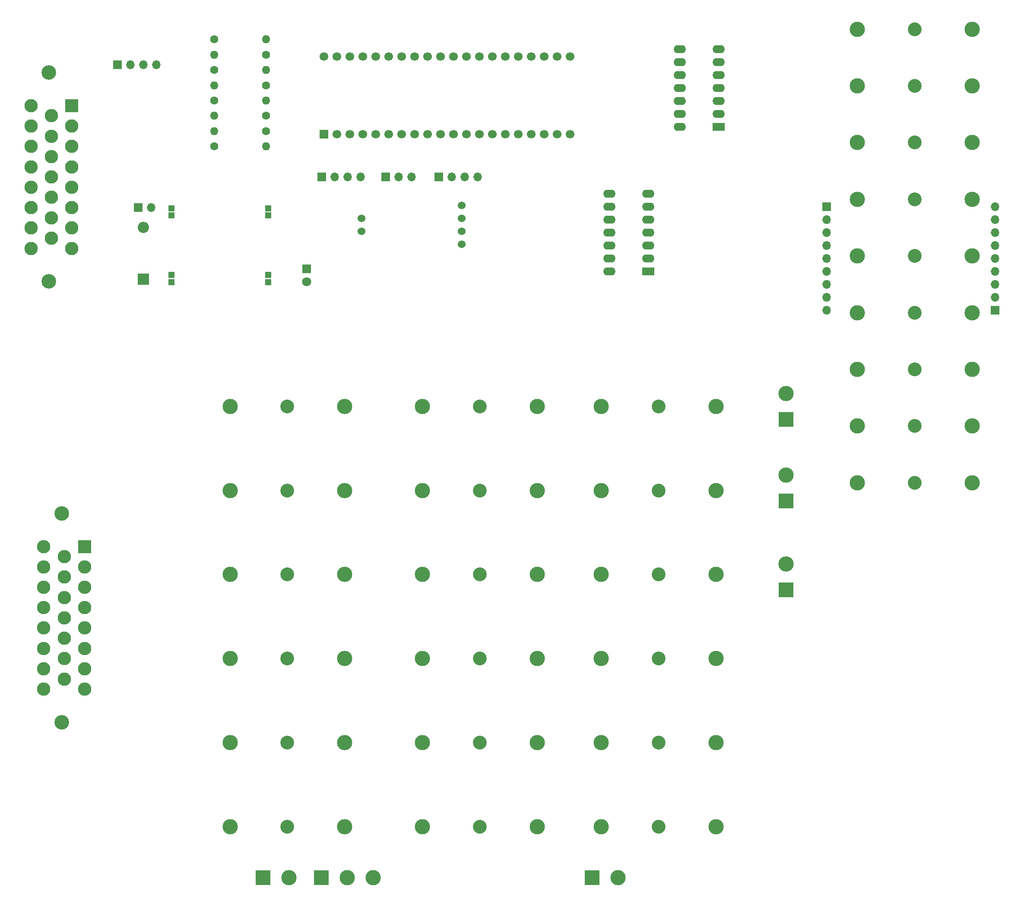
<source format=gbr>
%TF.GenerationSoftware,KiCad,Pcbnew,(6.0.2)*%
%TF.CreationDate,2022-03-14T17:26:10-03:00*%
%TF.ProjectId,painel1,7061696e-656c-4312-9e6b-696361645f70,rev?*%
%TF.SameCoordinates,Original*%
%TF.FileFunction,Soldermask,Bot*%
%TF.FilePolarity,Negative*%
%FSLAX46Y46*%
G04 Gerber Fmt 4.6, Leading zero omitted, Abs format (unit mm)*
G04 Created by KiCad (PCBNEW (6.0.2)) date 2022-03-14 17:26:10*
%MOMM*%
%LPD*%
G01*
G04 APERTURE LIST*
%ADD10R,1.700000X1.700000*%
%ADD11O,1.700000X1.700000*%
%ADD12C,2.700000*%
%ADD13C,3.000000*%
%ADD14R,3.000000X3.000000*%
%ADD15C,2.850000*%
%ADD16R,2.625000X2.625000*%
%ADD17C,2.625000*%
%ADD18C,1.600000*%
%ADD19O,1.600000X1.600000*%
%ADD20R,1.308000X1.308000*%
%ADD21C,1.700000*%
%ADD22C,1.524000*%
%ADD23R,1.800000X1.800000*%
%ADD24C,1.800000*%
%ADD25R,2.400000X1.600000*%
%ADD26O,2.400000X1.600000*%
%ADD27R,2.200000X2.200000*%
%ADD28O,2.200000X2.200000*%
G04 APERTURE END LIST*
D10*
%TO.C,J2*%
X193000000Y-84850000D03*
D11*
X193000000Y-87390000D03*
X193000000Y-89930000D03*
X193000000Y-92470000D03*
X193000000Y-95010000D03*
X193000000Y-97550000D03*
X193000000Y-100090000D03*
X193000000Y-102630000D03*
X193000000Y-105170000D03*
%TD*%
D10*
%TO.C,J1*%
X226000000Y-105150000D03*
D11*
X226000000Y-102610000D03*
X226000000Y-100070000D03*
X226000000Y-97530000D03*
X226000000Y-94990000D03*
X226000000Y-92450000D03*
X226000000Y-89910000D03*
X226000000Y-87370000D03*
X226000000Y-84830000D03*
%TD*%
D12*
%TO.C,F5*%
X210250000Y-94500000D03*
D13*
X221500000Y-94500000D03*
X199000000Y-94500000D03*
%TD*%
D12*
%TO.C,F4*%
X210250000Y-105625000D03*
D13*
X221500000Y-105625000D03*
X199000000Y-105625000D03*
%TD*%
D12*
%TO.C,F8*%
X210250000Y-61125000D03*
D13*
X221500000Y-61125000D03*
X199000000Y-61125000D03*
%TD*%
D12*
%TO.C,F9*%
X210250000Y-50000000D03*
D13*
X221500000Y-50000000D03*
X199000000Y-50000000D03*
%TD*%
D12*
%TO.C,F6*%
X210250000Y-83375000D03*
D13*
X221500000Y-83375000D03*
X199000000Y-83375000D03*
%TD*%
D12*
%TO.C,F1*%
X210250000Y-139000000D03*
D13*
X221500000Y-139000000D03*
X199000000Y-139000000D03*
%TD*%
D12*
%TO.C,F2*%
X210250000Y-127875000D03*
D13*
X221500000Y-127875000D03*
X199000000Y-127875000D03*
%TD*%
D12*
%TO.C,F7*%
X210250000Y-72250000D03*
D13*
X221500000Y-72250000D03*
X199000000Y-72250000D03*
%TD*%
D12*
%TO.C,F3*%
X210250000Y-116750000D03*
D13*
X221500000Y-116750000D03*
X199000000Y-116750000D03*
%TD*%
D12*
%TO.C,F8*%
X160000000Y-190000000D03*
D13*
X171250000Y-190000000D03*
X148750000Y-190000000D03*
%TD*%
D12*
%TO.C,F18*%
X160000000Y-157000000D03*
D13*
X148750000Y-157000000D03*
X171250000Y-157000000D03*
%TD*%
D12*
%TO.C,F3*%
X125000000Y-190000000D03*
D13*
X136250000Y-190000000D03*
X113750000Y-190000000D03*
%TD*%
D14*
%TO.C,J4*%
X93920000Y-216500000D03*
D13*
X99000000Y-216500000D03*
X104080000Y-216500000D03*
%TD*%
D12*
%TO.C,F9*%
X87250000Y-173500000D03*
D13*
X76000000Y-173500000D03*
X98500000Y-173500000D03*
%TD*%
D12*
%TO.C,F4*%
X125000000Y-173500000D03*
D13*
X136250000Y-173500000D03*
X113750000Y-173500000D03*
%TD*%
D12*
%TO.C,F19*%
X160000000Y-140500000D03*
D13*
X148750000Y-140500000D03*
X171250000Y-140500000D03*
%TD*%
D12*
%TO.C,F15*%
X87250000Y-190000000D03*
D13*
X76000000Y-190000000D03*
X98500000Y-190000000D03*
%TD*%
D14*
%TO.C,J6*%
X147000000Y-216500000D03*
D13*
X152080000Y-216500000D03*
%TD*%
D12*
%TO.C,F16*%
X160000000Y-124000000D03*
D13*
X148750000Y-124000000D03*
X171250000Y-124000000D03*
%TD*%
D12*
%TO.C,F2*%
X125000000Y-206500000D03*
D13*
X136250000Y-206500000D03*
X113750000Y-206500000D03*
%TD*%
D12*
%TO.C,F6*%
X125000000Y-140500000D03*
D13*
X136250000Y-140500000D03*
X113750000Y-140500000D03*
%TD*%
D14*
%TO.C,J9*%
X185000000Y-160040000D03*
D13*
X185000000Y-154960000D03*
%TD*%
D15*
%TO.C,J1*%
X43000000Y-186000000D03*
X43000000Y-145000000D03*
D16*
X47500000Y-151500000D03*
D17*
X47500000Y-155500000D03*
X47500000Y-159500000D03*
X47500000Y-163500000D03*
X47500000Y-167500000D03*
X47500000Y-171500000D03*
X47500000Y-175500000D03*
X47500000Y-179500000D03*
X43500000Y-153500000D03*
X43500000Y-157500000D03*
X43500000Y-161500000D03*
X43500000Y-165500000D03*
X43500000Y-169500000D03*
X43500000Y-173500000D03*
X43500000Y-177500000D03*
X39500000Y-151500000D03*
X39500000Y-155500000D03*
X39500000Y-159500000D03*
X39500000Y-163500000D03*
X39500000Y-167500000D03*
X39500000Y-171500000D03*
X39500000Y-175500000D03*
X39500000Y-179500000D03*
%TD*%
D14*
%TO.C,J7*%
X185000000Y-126580000D03*
D13*
X185000000Y-121500000D03*
%TD*%
D12*
%TO.C,F12*%
X87250000Y-124000000D03*
D13*
X76000000Y-124000000D03*
X98500000Y-124000000D03*
%TD*%
D12*
%TO.C,F13*%
X125000000Y-124000000D03*
D13*
X136250000Y-124000000D03*
X113750000Y-124000000D03*
%TD*%
D12*
%TO.C,F5*%
X125000000Y-157000000D03*
D13*
X136250000Y-157000000D03*
X113750000Y-157000000D03*
%TD*%
D12*
%TO.C,F14*%
X87250000Y-206500000D03*
D13*
X76000000Y-206500000D03*
X98500000Y-206500000D03*
%TD*%
D14*
%TO.C,J5*%
X82460000Y-216500000D03*
D13*
X87540000Y-216500000D03*
%TD*%
D14*
%TO.C,J10*%
X185000000Y-142580000D03*
D13*
X185000000Y-137500000D03*
%TD*%
D12*
%TO.C,F11*%
X87250000Y-140500000D03*
D13*
X76000000Y-140500000D03*
X98500000Y-140500000D03*
%TD*%
D12*
%TO.C,F10*%
X87250000Y-157000000D03*
D13*
X76000000Y-157000000D03*
X98500000Y-157000000D03*
%TD*%
D12*
%TO.C,F1*%
X160000000Y-173500000D03*
D13*
X171250000Y-173500000D03*
X148750000Y-173500000D03*
%TD*%
D12*
%TO.C,F7*%
X160000000Y-206500000D03*
D13*
X171250000Y-206500000D03*
X148750000Y-206500000D03*
%TD*%
D10*
%TO.C,J4*%
X116920000Y-79000000D03*
D11*
X119460000Y-79000000D03*
X122000000Y-79000000D03*
X124540000Y-79000000D03*
%TD*%
D18*
%TO.C,R17*%
X72920000Y-73000000D03*
D19*
X83080000Y-73000000D03*
%TD*%
D20*
%TO.C,U2*%
X64500000Y-85130000D03*
X64500000Y-86530000D03*
X64500000Y-98200000D03*
X64500000Y-99600000D03*
X83500000Y-85130000D03*
X83500000Y-86530000D03*
X83500000Y-98200000D03*
X83500000Y-99600000D03*
%TD*%
D18*
%TO.C,R4*%
X83080000Y-61000000D03*
D19*
X72920000Y-61000000D03*
%TD*%
D10*
%TO.C,U1*%
X94370000Y-70620000D03*
D21*
X96910000Y-70620000D03*
X99450000Y-70620000D03*
X101990000Y-70620000D03*
X104530000Y-70620000D03*
X107070000Y-70620000D03*
X109610000Y-70620000D03*
X112150000Y-70620000D03*
X114690000Y-70620000D03*
X117230000Y-70620000D03*
X119770000Y-70620000D03*
X122310000Y-70620000D03*
X124850000Y-70620000D03*
X127390000Y-70620000D03*
X129930000Y-70620000D03*
X132470000Y-70620000D03*
X135010000Y-70620000D03*
X137550000Y-70620000D03*
X140090000Y-70620000D03*
X142630000Y-70620000D03*
X142630000Y-55380000D03*
X140090000Y-55380000D03*
X137550000Y-55380000D03*
X135010000Y-55380000D03*
X132470000Y-55380000D03*
X129930000Y-55380000D03*
X127390000Y-55380000D03*
X124850000Y-55380000D03*
X122310000Y-55380000D03*
X119770000Y-55380000D03*
X117230000Y-55380000D03*
X114690000Y-55380000D03*
X112150000Y-55380000D03*
X109610000Y-55380000D03*
X107070000Y-55380000D03*
X104530000Y-55380000D03*
X101990000Y-55380000D03*
X99450000Y-55380000D03*
X96910000Y-55380000D03*
X94370000Y-55380000D03*
%TD*%
D18*
%TO.C,R16*%
X83080000Y-70000000D03*
D19*
X72920000Y-70000000D03*
%TD*%
D18*
%TO.C,R5*%
X72920000Y-58000000D03*
D19*
X83080000Y-58000000D03*
%TD*%
D10*
%TO.C,J2*%
X58000000Y-85000000D03*
D11*
X60540000Y-85000000D03*
%TD*%
D22*
%TO.C,U5*%
X121430000Y-92222500D03*
X121430000Y-89682500D03*
X121430000Y-87142500D03*
X121430000Y-84602500D03*
X101745000Y-89682500D03*
X101745000Y-87142500D03*
%TD*%
D15*
%TO.C,J1*%
X40500000Y-58500000D03*
X40500000Y-99500000D03*
D16*
X45000000Y-65000000D03*
D17*
X45000000Y-69000000D03*
X45000000Y-73000000D03*
X45000000Y-77000000D03*
X45000000Y-81000000D03*
X45000000Y-85000000D03*
X45000000Y-89000000D03*
X45000000Y-93000000D03*
X41000000Y-67000000D03*
X41000000Y-71000000D03*
X41000000Y-75000000D03*
X41000000Y-79000000D03*
X41000000Y-83000000D03*
X41000000Y-87000000D03*
X41000000Y-91000000D03*
X37000000Y-65000000D03*
X37000000Y-69000000D03*
X37000000Y-73000000D03*
X37000000Y-77000000D03*
X37000000Y-81000000D03*
X37000000Y-85000000D03*
X37000000Y-89000000D03*
X37000000Y-93000000D03*
%TD*%
D23*
%TO.C,D2*%
X91000000Y-97000000D03*
D24*
X91000000Y-99540000D03*
%TD*%
D10*
%TO.C,J3*%
X53920000Y-57000000D03*
D11*
X56460000Y-57000000D03*
X59000000Y-57000000D03*
X61540000Y-57000000D03*
%TD*%
D18*
%TO.C,R3*%
X72920000Y-52000000D03*
D19*
X83080000Y-52000000D03*
%TD*%
D18*
%TO.C,R10*%
X83080000Y-67000000D03*
D19*
X72920000Y-67000000D03*
%TD*%
D25*
%TO.C,U3*%
X158000000Y-97540000D03*
D26*
X158000000Y-95000000D03*
X158000000Y-92460000D03*
X158000000Y-89920000D03*
X158000000Y-87380000D03*
X158000000Y-84840000D03*
X158000000Y-82300000D03*
X150380000Y-82300000D03*
X150380000Y-84840000D03*
X150380000Y-87380000D03*
X150380000Y-89920000D03*
X150380000Y-92460000D03*
X150380000Y-95000000D03*
X150380000Y-97540000D03*
%TD*%
D27*
%TO.C,D1*%
X59000000Y-99080000D03*
D28*
X59000000Y-88920000D03*
%TD*%
D25*
%TO.C,U4*%
X171775000Y-69175000D03*
D26*
X171775000Y-66635000D03*
X171775000Y-64095000D03*
X171775000Y-61555000D03*
X171775000Y-59015000D03*
X171775000Y-56475000D03*
X171775000Y-53935000D03*
X164155000Y-53935000D03*
X164155000Y-56475000D03*
X164155000Y-59015000D03*
X164155000Y-61555000D03*
X164155000Y-64095000D03*
X164155000Y-66635000D03*
X164155000Y-69175000D03*
%TD*%
D10*
%TO.C,J5*%
X106475000Y-79000000D03*
D11*
X109015000Y-79000000D03*
X111555000Y-79000000D03*
%TD*%
D10*
%TO.C,J6*%
X93950000Y-79000000D03*
D11*
X96490000Y-79000000D03*
X99030000Y-79000000D03*
X101570000Y-79000000D03*
%TD*%
D18*
%TO.C,R2*%
X83080000Y-55000000D03*
D19*
X72920000Y-55000000D03*
%TD*%
D18*
%TO.C,R11*%
X72920000Y-64000000D03*
D19*
X83080000Y-64000000D03*
%TD*%
M02*

</source>
